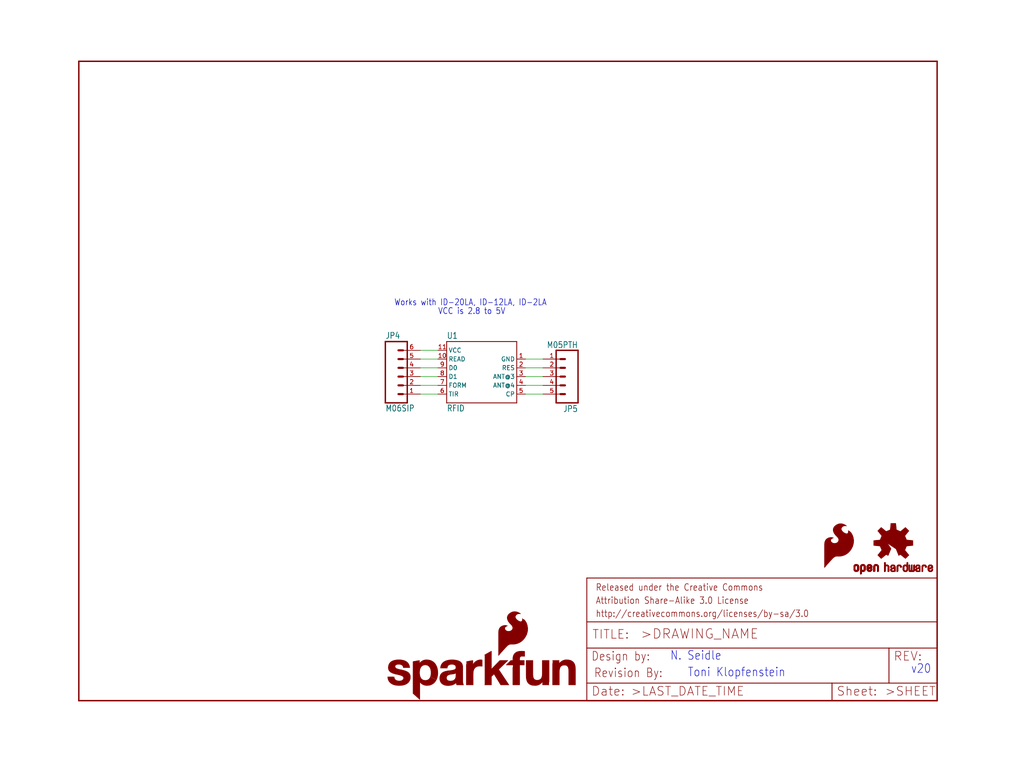
<source format=kicad_sch>
(kicad_sch (version 20211123) (generator eeschema)
  (paper "User" 297.002 223.926)
  (lib_symbols
    (symbol "eagleSchem-eagle-import:FRAME-LETTER"
      (symbol "FRAME-LETTER_2_0"
        (text ">DRAWING_NAME" (at 15.494 17.78 0) (effects (font (size 2.7432 2.7432)) (justify left bottom)))
        (text ">LAST_DATE_TIME" (at 12.7 1.27 0) (effects (font (size 2.54 2.54)) (justify left bottom)))
        (text ">SHEET" (at 86.36 1.27 0) (effects (font (size 2.54 2.54)) (justify left bottom)))
        (text "Attribution Share-Alike 3.0 License" (at 2.54 27.94 0) (effects (font (size 1.9304 1.6408)) (justify left bottom)))
        (text "Date:" (at 1.27 1.27 0) (effects (font (size 2.54 2.54)) (justify left bottom)))
        (text "Design by:" (at 1.27 11.43 0) (effects (font (size 2.54 2.159)) (justify left bottom)))
        (text "http://creativecommons.org/licenses/by-sa/3.0" (at 2.54 24.13 0) (effects (font (size 1.9304 1.6408)) (justify left bottom)))
        (text "Released under the Creative Commons" (at 2.54 31.75 0) (effects (font (size 1.9304 1.6408)) (justify left bottom)))
        (text "REV:" (at 88.9 11.43 0) (effects (font (size 2.54 2.54)) (justify left bottom)))
        (text "Sheet:" (at 72.39 1.27 0) (effects (font (size 2.54 2.54)) (justify left bottom)))
        (text "TITLE:" (at 1.524 17.78 0) (effects (font (size 2.54 2.54)) (justify left bottom)))
      )
    )
    (symbol "eagleSchem-eagle-import:M05PTH"
      (property "Reference" "JP" (at -2.54 8.382 0))
      (property "Value" "M05PTH" (at -2.54 -10.16 0))
      (symbol "M05PTH_1_0"
        (pin passive line (at 7.62 -5.08 180) (length 5.08) (name "1") (number "1"))
        (pin passive line (at 7.62 -2.54 180) (length 5.08) (name "2") (number "2"))
        (pin passive line (at 7.62 0 180) (length 5.08) (name "3") (number "3"))
        (pin passive line (at 7.62 2.54 180) (length 5.08) (name "4") (number "4"))
        (pin passive line (at 7.62 5.08 180) (length 5.08) (name "5") (number "5"))
      )
    )
    (symbol "eagleSchem-eagle-import:M06SIP"
      (property "Reference" "JP" (at -5.08 10.922 0))
      (property "Value" "M06SIP" (at -5.08 -10.16 0))
      (symbol "M06SIP_1_0"
        (pin passive line (at 5.08 -5.08 180) (length 5.08) (name "1") (number "1"))
        (pin passive line (at 5.08 -2.54 180) (length 5.08) (name "2") (number "2"))
        (pin passive line (at 5.08 0 180) (length 5.08) (name "3") (number "3"))
        (pin passive line (at 5.08 2.54 180) (length 5.08) (name "4") (number "4"))
        (pin passive line (at 5.08 5.08 180) (length 5.08) (name "5") (number "5"))
        (pin passive line (at 5.08 7.62 180) (length 5.08) (name "6") (number "6"))
      )
    )
    (symbol "eagleSchem-eagle-import:OSHW-LOGOS")
    (symbol "eagleSchem-eagle-import:REVISION"
      (symbol "REVISION_1_0"
        (text "Revision By: " (at 0 0 0) (effects (font (size 2.54 2.159)) (justify left bottom)))
      )
    )
    (symbol "eagleSchem-eagle-import:RFIDALL"
      (property "Reference" "U" (at -10.16 8.382 0))
      (property "Value" "RFIDALL" (at -10.16 -12.7 0))
      (symbol "RFIDALL_1_0"
        (pin bidirectional line (at 12.7 2.54 180) (length 2.54) (name "GND") (number "1"))
        (pin bidirectional line (at -12.7 2.54 0) (length 2.54) (name "READ") (number "10"))
        (pin bidirectional line (at -12.7 5.08 0) (length 2.54) (name "VCC") (number "11"))
        (pin bidirectional line (at 12.7 0 180) (length 2.54) (name "RES") (number "2"))
        (pin bidirectional line (at 12.7 -2.54 180) (length 2.54) (name "ANT@3") (number "3"))
        (pin bidirectional line (at 12.7 -5.08 180) (length 2.54) (name "ANT@4") (number "4"))
        (pin bidirectional line (at 12.7 -7.62 180) (length 2.54) (name "CP") (number "5"))
        (pin bidirectional line (at -12.7 -7.62 0) (length 2.54) (name "TIR") (number "6"))
        (pin bidirectional line (at -12.7 -5.08 0) (length 2.54) (name "FORM") (number "7"))
        (pin bidirectional line (at -12.7 -2.54 0) (length 2.54) (name "D1") (number "8"))
        (pin bidirectional line (at -12.7 0 0) (length 2.54) (name "D0") (number "9"))
      )
    )
    (symbol "eagleSchem-eagle-import:SFE_LOGO_FLAME.1_INCH")
    (symbol "eagleSchem-eagle-import:SFE_LOGO_NAME_FLAME.1_INCH")
  )
  (wire (pts (xy 152.4 109.22) (xy 157.48 109.22)))
  (wire (pts (xy 121.92 114.3) (xy 127 114.3)))
  (wire (pts (xy 157.48 106.68) (xy 152.4 106.68)))
  (wire (pts (xy 127 111.76) (xy 121.92 111.76)))
  (wire (pts (xy 121.92 109.22) (xy 127 109.22)))
  (wire (pts (xy 127 104.14) (xy 121.92 104.14)))
  (wire (pts (xy 127 101.6) (xy 121.92 101.6)))
  (wire (pts (xy 152.4 114.3) (xy 157.48 114.3)))
  (wire (pts (xy 157.48 111.76) (xy 152.4 111.76)))
  (wire (pts (xy 152.4 104.14) (xy 157.48 104.14)))
  (wire (pts (xy 127 106.68) (xy 121.92 106.68)))
  (text "Toni Klopfenstein" (at 199.39 196.596 180) (effects (font (size 2.54 2.159)) (justify left bottom)))
  (text "v20" (at 264.16 195.58 180) (effects (font (size 2.54 2.159)) (justify left bottom)))
  (text "Works with ID-20LA, ID-12LA, ID-2LA" (at 114.3 88.9 180) (effects (font (size 1.778 1.5113)) (justify left bottom)))
  (text "N. Seidle" (at 194.31 191.77 180) (effects (font (size 2.54 2.159)) (justify left bottom)))
  (text "VCC is 2.8 to 5V" (at 127 91.44 180) (effects (font (size 1.778 1.5113)) (justify left bottom)))
  (symbol (lib_id "eagleSchem-eagle-import:SFE_LOGO_FLAME.1_INCH") (at 238.76 165.1 0) (unit 1)
    (property "Reference" "LOGO1" (effects hide))
    (property "Value" "SFE_LOGO_FLAME.1_INCH" (effects hide))
    (property "Footprint" "eagleSchem:SFE_LOGO_FLAME_.1" (effects hide))
  )
  (symbol (lib_id "eagleSchem-eagle-import:M05PTH") (at 165.1 109.22 180) (unit 1)
    (property "Reference" "JP5" (at 167.64 117.602 0) (effects (font (size 1.778 1.5113)) (justify left bottom)))
    (property "Value" "M05PTH" (at 167.64 99.06 0) (effects (font (size 1.778 1.5113)) (justify left bottom)))
    (property "Footprint" "eagleSchem:1X05" (effects hide))
  )
  (symbol (lib_id "eagleSchem-eagle-import:REVISION") (at 172.212 196.596 0) (unit 1)
    (property "Reference" "U$1" (effects hide))
    (property "Value" "REVISION" (effects hide))
    (property "Footprint" "eagleSchem:REVISION" (effects hide))
  )
  (symbol (lib_id "eagleSchem-eagle-import:RFIDALL") (at 139.7 106.68 0) (unit 1)
    (property "Reference" "U1" (at 129.54 98.298 0) (effects (font (size 1.778 1.5113)) (justify left bottom)))
    (property "Value" "RFID" (at 129.54 119.38 0) (effects (font (size 1.778 1.5113)) (justify left bottom)))
    (property "Footprint" "eagleSchem:ID_PACKAGE" (effects hide))
  )
  (symbol (lib_id "eagleSchem-eagle-import:FRAME-LETTER") (at 170.18 203.2 0) (unit 2)
    (property "Reference" "FRAME1" (effects hide))
    (property "Value" "FRAME-LETTER" (effects hide))
    (property "Footprint" "eagleSchem:CREATIVE_COMMONS" (effects hide))
  )
  (symbol (lib_id "eagleSchem-eagle-import:OSHW-LOGOS") (at 259.08 157.48 0) (unit 1)
    (property "Reference" "LOGO3" (effects hide))
    (property "Value" "OSHW-LOGOS" (effects hide))
    (property "Footprint" "eagleSchem:OSHW-LOGO-S" (effects hide))
  )
  (symbol (lib_id "eagleSchem-eagle-import:FRAME-LETTER") (at 22.86 203.2 0) (unit 1)
    (property "Reference" "FRAME1" (effects hide))
    (property "Value" "FRAME-LETTER" (effects hide))
    (property "Footprint" "eagleSchem:CREATIVE_COMMONS" (effects hide))
  )
  (symbol (lib_id "eagleSchem-eagle-import:SFE_LOGO_NAME_FLAME.1_INCH") (at 111.76 203.2 0) (unit 1)
    (property "Reference" "LOGO2" (effects hide))
    (property "Value" "SFE_LOGO_NAME_FLAME.1_INCH" (effects hide))
    (property "Footprint" "eagleSchem:SFE_LOGO_NAME_FLAME_.1" (effects hide))
  )
  (symbol (lib_id "eagleSchem-eagle-import:M06SIP") (at 116.84 109.22 0) (unit 1)
    (property "Reference" "JP4" (at 111.76 98.298 0) (effects (font (size 1.778 1.5113)) (justify left bottom)))
    (property "Value" "M06SIP" (at 111.76 119.38 0) (effects (font (size 1.778 1.5113)) (justify left bottom)))
    (property "Footprint" "eagleSchem:1X06" (effects hide))
  )
)
</source>
